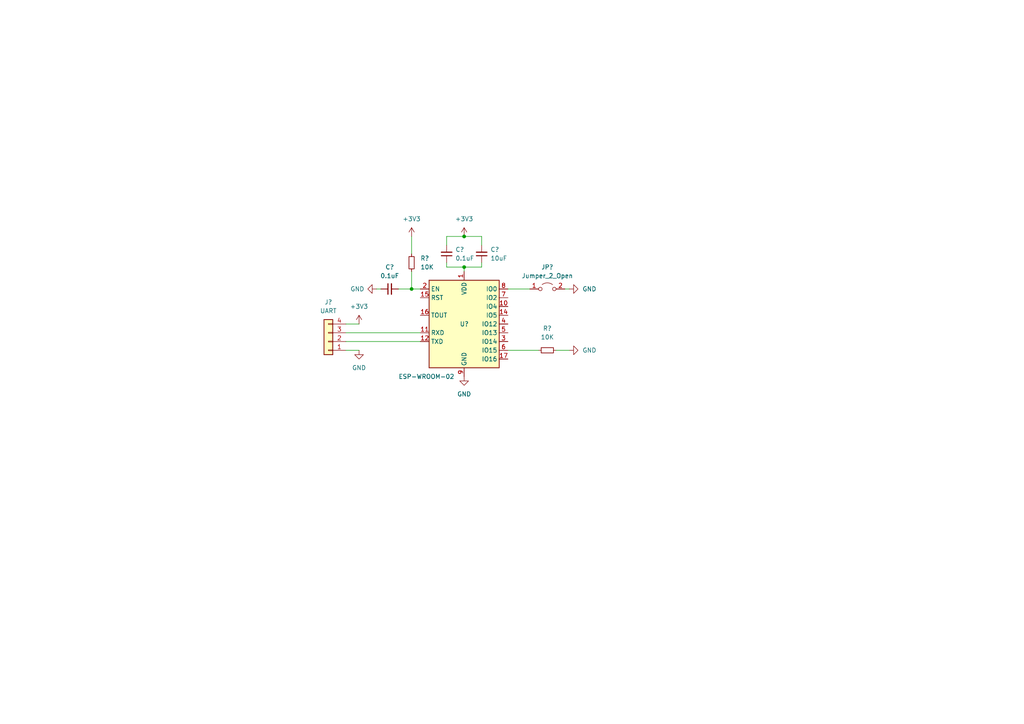
<source format=kicad_sch>
(kicad_sch (version 20211123) (generator eeschema)
  (paper "A4")
  (lib_symbols
    (symbol "Connector_Generic:Conn_01x04" (pin_names (offset 1.016) hide)
      (property "Reference" "J" (at 0 5.08 0))
      (property "Value" "Conn_01x04" (at 0 -7.62 0))
      (symbol "Conn_01x04_1_1"
        (rectangle (start -1.27 -4.953) (end 0 -5.207) (stroke (width 0.1524)))
        (rectangle (start -1.27 -2.413) (end 0 -2.667) (stroke (width 0.1524)))
        (rectangle (start -1.27 0.127) (end 0 -0.127) (stroke (width 0.1524)))
        (rectangle (start -1.27 2.667) (end 0 2.413) (stroke (width 0.1524)))
        (rectangle (start -1.27 3.81) (end 1.27 -6.35) (stroke (width 0.254)) (fill (type background)))
        (pin passive line (at -5.08 2.54 0) (length 3.81) (name "Pin_1") (number "1"))
        (pin passive line (at -5.08 0 0) (length 3.81) (name "Pin_2") (number "2"))
        (pin passive line (at -5.08 -2.54 0) (length 3.81) (name "Pin_3") (number "3"))
        (pin passive line (at -5.08 -5.08 0) (length 3.81) (name "Pin_4") (number "4"))
      )
    )
    (symbol "Device:C_Small" (pin_numbers hide) (pin_names (offset 0.254) hide)
      (property "Reference" "C" (at 0.254 1.778 0))
      (property "Value" "C_Small" (at 0.254 -2.032 0))
      (symbol "C_Small_0_1"
        (polyline (pts (xy -1.524 -0.508) (xy 1.524 -0.508)) (stroke (width 0.3302)))
        (polyline (pts (xy -1.524 0.508) (xy 1.524 0.508)) (stroke (width 0.3048)))
      )
      (symbol "C_Small_1_1"
        (pin passive line (at 0 2.54 270) (length 2.032) (name "~") (number "1"))
        (pin passive line (at 0 -2.54 90) (length 2.032) (name "~") (number "2"))
      )
    )
    (symbol "Device:R_Small" (pin_numbers hide) (pin_names (offset 0.254) hide)
      (property "Reference" "R" (at 0.762 0.508 0))
      (property "Value" "R_Small" (at 0.762 -1.016 0))
      (symbol "R_Small_0_1"
        (rectangle (start -0.762 1.778) (end 0.762 -1.778) (stroke (width 0.2032)))
      )
      (symbol "R_Small_1_1"
        (pin passive line (at 0 2.54 270) (length 0.762) (name "~") (number "1"))
        (pin passive line (at 0 -2.54 90) (length 0.762) (name "~") (number "2"))
      )
    )
    (symbol "Jumper:Jumper_2_Open" (pin_names (offset 0) hide)
      (property "Reference" "JP" (at 0 2.794 0))
      (property "Value" "Jumper_2_Open" (at 0 -2.286 0))
      (symbol "Jumper_2_Open_0_0"
        (circle (center -2.032 0) (radius 0.508))
        (circle (center 2.032 0) (radius 0.508))
      )
      (symbol "Jumper_2_Open_0_1"
        (arc (start 1.524 1.27) (mid 0 1.778) (end -1.524 1.27))
      )
      (symbol "Jumper_2_Open_1_1"
        (pin passive line (at -5.08 0 0) (length 2.54) (name "A") (number "1"))
        (pin passive line (at 5.08 0 180) (length 2.54) (name "B") (number "2"))
      )
    )
    (symbol "RF_Module:ESP-WROOM-02"
      (property "Reference" "U" (at -7.62 13.97 0))
      (property "Value" "ESP-WROOM-02" (at 10.16 13.97 0))
      (symbol "ESP-WROOM-02_0_1"
        (rectangle (start 10.16 12.7) (end -10.16 -12.7) (stroke (width 0.254)) (fill (type background)))
      )
      (symbol "ESP-WROOM-02_1_1"
        (pin power_in line (at 0 15.24 270) (length 2.54) (name "VDD") (number "1"))
        (pin bidirectional line (at 12.7 5.08 180) (length 2.54) (name "IO4") (number "10"))
        (pin bidirectional line (at -12.7 -2.54 0) (length 2.54) (name "RXD") (number "11"))
        (pin bidirectional line (at -12.7 -5.08 0) (length 2.54) (name "TXD") (number "12"))
        (pin passive line (at 0 -15.24 90) (length 2.54) hide (name "GND") (number "13"))
        (pin bidirectional line (at 12.7 2.54 180) (length 2.54) (name "IO5") (number "14"))
        (pin input line (at -12.7 7.62 0) (length 2.54) (name "RST") (number "15"))
        (pin input line (at -12.7 2.54 0) (length 2.54) (name "TOUT") (number "16"))
        (pin bidirectional line (at 12.7 -10.16 180) (length 2.54) (name "IO16") (number "17"))
        (pin passive line (at 0 -15.24 90) (length 2.54) hide (name "GND") (number "18"))
        (pin passive line (at 0 -15.24 90) (length 2.54) hide (name "GND") (number "19"))
        (pin input line (at -12.7 10.16 0) (length 2.54) (name "EN") (number "2"))
        (pin bidirectional line (at 12.7 -5.08 180) (length 2.54) (name "IO14") (number "3"))
        (pin bidirectional line (at 12.7 0 180) (length 2.54) (name "IO12") (number "4"))
        (pin bidirectional line (at 12.7 -2.54 180) (length 2.54) (name "IO13") (number "5"))
        (pin bidirectional line (at 12.7 -7.62 180) (length 2.54) (name "IO15") (number "6"))
        (pin bidirectional line (at 12.7 7.62 180) (length 2.54) (name "IO2") (number "7"))
        (pin bidirectional line (at 12.7 10.16 180) (length 2.54) (name "IO0") (number "8"))
        (pin power_in line (at 0 -15.24 90) (length 2.54) (name "GND") (number "9"))
      )
    )
    (symbol "power:+3V3" (power) (pin_names (offset 0))
      (property "Value" "+3V3" (at 0 3.556 0))
      (symbol "+3V3_0_1"
        (polyline (pts (xy -0.762 1.27) (xy 0 2.54)))
        (polyline (pts (xy 0 0) (xy 0 2.54)))
        (polyline (pts (xy 0 2.54) (xy 0.762 1.27)))
      )
      (symbol "+3V3_1_1"
        (pin power_in line (at 0 0 90) (length 0) hide (name "+3V3") (number "1"))
      )
    )
    (symbol "power:GND" (power) (pin_names (offset 0))
      (property "Value" "GND" (at 0 -3.81 0))
      (symbol "GND_0_1"
        (polyline (pts (xy 0 0) (xy 0 -1.27) (xy 1.27 -1.27) (xy 0 -2.54) (xy -1.27 -1.27) (xy 0 -1.27)))
      )
      (symbol "GND_1_1"
        (pin power_in line (at 0 0 270) (length 0) hide (name "GND") (number "1"))
      )
    )
  )
  (junction (at 119.38 83.82))
  (junction (at 134.62 68.58))
  (junction (at 134.62 77.47))
  (wire (pts (xy 115.57 83.82) (xy 119.38 83.82)))
  (wire (pts (xy 134.62 77.47) (xy 129.54 77.47)))
  (wire (pts (xy 147.32 101.6) (xy 156.21 101.6)))
  (wire (pts (xy 134.62 78.74) (xy 134.62 77.47)))
  (wire (pts (xy 139.7 77.47) (xy 139.7 76.2)))
  (wire (pts (xy 119.38 78.74) (xy 119.38 83.82)))
  (wire (pts (xy 163.83 83.82) (xy 165.1 83.82)))
  (wire (pts (xy 129.54 68.58) (xy 134.62 68.58)))
  (wire (pts (xy 134.62 77.47) (xy 139.7 77.47)))
  (wire (pts (xy 100.33 99.06) (xy 121.92 99.06)))
  (wire (pts (xy 134.62 68.58) (xy 139.7 68.58)))
  (wire (pts (xy 100.33 101.6) (xy 104.14 101.6)))
  (wire (pts (xy 139.7 68.58) (xy 139.7 71.12)))
  (wire (pts (xy 100.33 93.98) (xy 104.14 93.98)))
  (wire (pts (xy 100.33 96.52) (xy 121.92 96.52)))
  (wire (pts (xy 129.54 77.47) (xy 129.54 76.2)))
  (wire (pts (xy 129.54 71.12) (xy 129.54 68.58)))
  (wire (pts (xy 147.32 83.82) (xy 153.67 83.82)))
  (wire (pts (xy 119.38 68.58) (xy 119.38 73.66)))
  (wire (pts (xy 161.29 101.6) (xy 165.1 101.6)))
  (wire (pts (xy 109.22 83.82) (xy 110.49 83.82)))
  (wire (pts (xy 119.38 83.82) (xy 121.92 83.82)))
  (symbol (lib_id "Device:R_Small") (at 158.75 101.6 270) (unit 1)
    (property "Reference" "R?" (at 158.75 95.25 90))
    (property "Value" "10K" (at 158.75 97.79 90))
  )
  (symbol (lib_id "power:+3V3") (at 104.14 93.98 0) (mirror y) (unit 1)
    (property "Reference" "#PWR?" (effects hide))
    (property "Value" "+3V3" (at 104.14 88.9 0))
  )
  (symbol (lib_id "Device:R_Small") (at 119.38 76.2 0) (unit 1)
    (property "Reference" "R?" (at 121.92 74.9299 0) (effects (justify left)))
    (property "Value" "10K" (at 121.92 77.4699 0) (effects (justify left)))
  )
  (symbol (lib_id "power:+3V3") (at 134.62 68.58 0) (mirror y) (unit 1)
    (property "Reference" "#PWR?" (effects hide))
    (property "Value" "+3V3" (at 134.62 63.5 0))
  )
  (symbol (lib_id "power:GND") (at 165.1 101.6 90) (unit 1)
    (property "Reference" "#PWR?" (effects hide))
    (property "Value" "GND" (at 168.91 101.5999 90) (effects (justify right)))
  )
  (symbol (lib_id "power:GND") (at 134.62 109.22 0) (unit 1)
    (property "Reference" "#PWR?" (effects hide))
    (property "Value" "GND" (at 134.62 114.3 0))
  )
  (symbol (lib_id "power:GND") (at 165.1 83.82 90) (unit 1)
    (property "Reference" "#PWR?" (effects hide))
    (property "Value" "GND" (at 168.91 83.8199 90) (effects (justify right)))
  )
  (symbol (lib_id "Device:C_Small") (at 113.03 83.82 90) (unit 1)
    (property "Reference" "C?" (at 113.0363 77.47 90))
    (property "Value" "0.1uF" (at 113.0363 80.01 90))
  )
  (symbol (lib_id "power:+3V3") (at 119.38 68.58 0) (mirror y) (unit 1)
    (property "Reference" "#PWR?" (effects hide))
    (property "Value" "+3V3" (at 119.38 63.5 0))
  )
  (symbol (lib_id "power:GND") (at 109.22 83.82 270) (unit 1)
    (property "Reference" "#PWR?" (effects hide))
    (property "Value" "GND" (at 101.6 83.82 90) (effects (justify left)))
  )
  (symbol (lib_id "Connector_Generic:Conn_01x04") (at 95.25 99.06 180) (unit 1)
    (property "Reference" "J?" (at 95.25 87.63 0))
    (property "Value" "UART" (at 95.25 90.17 0))
  )
  (symbol (lib_id "power:GND") (at 104.14 101.6 0) (unit 1)
    (property "Reference" "#PWR?" (effects hide))
    (property "Value" "GND" (at 104.14 106.68 0))
  )
  (symbol (lib_id "Device:C_Small") (at 139.7 73.66 180) (unit 1)
    (property "Reference" "C?" (at 142.24 72.3835 0) (effects (justify right)))
    (property "Value" "10uF" (at 142.24 74.9235 0) (effects (justify right)))
  )
  (symbol (lib_id "Device:C_Small") (at 129.54 73.66 180) (unit 1)
    (property "Reference" "C?" (at 132.08 72.3835 0) (effects (justify right)))
    (property "Value" "0.1uF" (at 132.08 74.9235 0) (effects (justify right)))
  )
  (symbol (lib_id "RF_Module:ESP-WROOM-02") (at 134.62 93.98 0) (unit 1)
    (property "Reference" "U?" (at 133.35 93.98 0) (effects (justify left)))
    (property "Value" "ESP-WROOM-02" (at 115.57 109.22 0) (effects (justify left)))
    (property "Footprint" "RF_Module:ESP-WROOM-02" (effects hide))
    (property "Datasheet" "https://www.espressif.com/sites/default/files/documentation/0c-esp-wroom-02_datasheet_en.pdf" (effects hide))
  )
  (symbol (lib_id "Jumper:Jumper_2_Open") (at 158.75 83.82 0) (unit 1)
    (property "Reference" "JP?" (at 158.75 77.47 0))
    (property "Value" "Jumper_2_Open" (at 158.75 80.01 0))
  )
)
</source>
